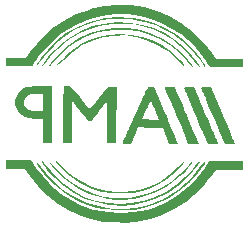
<source format=gbr>
%TF.GenerationSoftware,KiCad,Pcbnew,(6.0.7)*%
%TF.CreationDate,2023-03-27T09:38:57-04:00*%
%TF.ProjectId,RC_PCB,52435f50-4342-42e6-9b69-6361645f7063,rev?*%
%TF.SameCoordinates,Original*%
%TF.FileFunction,Legend,Bot*%
%TF.FilePolarity,Positive*%
%FSLAX46Y46*%
G04 Gerber Fmt 4.6, Leading zero omitted, Abs format (unit mm)*
G04 Created by KiCad (PCBNEW (6.0.7)) date 2023-03-27 09:38:57*
%MOMM*%
%LPD*%
G01*
G04 APERTURE LIST*
G04 APERTURE END LIST*
%TO.C,U2*%
G36*
X151154364Y-120735581D02*
G01*
X151309149Y-120893520D01*
X151528235Y-121147031D01*
X152219768Y-121885098D01*
X152978989Y-122505165D01*
X153815753Y-123012992D01*
X154740288Y-123414785D01*
X155762817Y-123716748D01*
X156040061Y-123762233D01*
X156447861Y-123794999D01*
X156920981Y-123809261D01*
X157419115Y-123805405D01*
X157901961Y-123783816D01*
X158329212Y-123744881D01*
X158660563Y-123688986D01*
X159637370Y-123394932D01*
X160577352Y-122974056D01*
X161437937Y-122434795D01*
X162223113Y-121774634D01*
X162936863Y-120991058D01*
X163053430Y-120855580D01*
X163173855Y-120740597D01*
X163237364Y-120713232D01*
X163241279Y-120730187D01*
X163191374Y-120837600D01*
X163067373Y-121015918D01*
X162888168Y-121241974D01*
X162672656Y-121492602D01*
X162439729Y-121744638D01*
X162208285Y-121974916D01*
X161812141Y-122319756D01*
X161018417Y-122875352D01*
X160149499Y-123331590D01*
X159234571Y-123674168D01*
X158302817Y-123888786D01*
X158155519Y-123910742D01*
X157476918Y-123975667D01*
X156821156Y-123968983D01*
X156114828Y-123890757D01*
X155483654Y-123768227D01*
X154513648Y-123467300D01*
X153600836Y-123043380D01*
X152758115Y-122503975D01*
X151998385Y-121856590D01*
X151334543Y-121108732D01*
X151318040Y-121087191D01*
X151145717Y-120849019D01*
X151065658Y-120711948D01*
X151070870Y-120674596D01*
X151154364Y-120735581D01*
G37*
G36*
X150611268Y-119201127D02*
G01*
X150611268Y-117147780D01*
X149931726Y-117103142D01*
X149514445Y-117060862D01*
X149112177Y-116970125D01*
X148805871Y-116825110D01*
X148571647Y-116613785D01*
X148385626Y-116324118D01*
X148263904Y-115949696D01*
X148259532Y-115642385D01*
X148990814Y-115642385D01*
X149025357Y-115921281D01*
X149165547Y-116173791D01*
X149394930Y-116356931D01*
X149398826Y-116358862D01*
X149707407Y-116450741D01*
X150128310Y-116482142D01*
X150611268Y-116482253D01*
X150611268Y-114979718D01*
X150128310Y-114979829D01*
X149960913Y-114984578D01*
X149539719Y-115054195D01*
X149233879Y-115206544D01*
X149044397Y-115441197D01*
X148990814Y-115642385D01*
X148259532Y-115642385D01*
X148258078Y-115540147D01*
X148370075Y-115148144D01*
X148594552Y-114812345D01*
X148656019Y-114748909D01*
X148814182Y-114607877D01*
X148980899Y-114506504D01*
X149183076Y-114437356D01*
X149447617Y-114392995D01*
X149801426Y-114365986D01*
X150271409Y-114348894D01*
X151326761Y-114320178D01*
X151326761Y-119201127D01*
X150611268Y-119201127D01*
G37*
G36*
X163051898Y-114407744D02*
G01*
X163270943Y-114420962D01*
X163389130Y-114459510D01*
X163440000Y-114532535D01*
X163455987Y-114577047D01*
X163522919Y-114745493D01*
X163629737Y-115005244D01*
X163765758Y-115330438D01*
X163920298Y-115695211D01*
X164065502Y-116036138D01*
X164352252Y-116711005D01*
X164614009Y-117329216D01*
X164844472Y-117875809D01*
X165037341Y-118335820D01*
X165186315Y-118694284D01*
X165285091Y-118936239D01*
X165422582Y-119279520D01*
X164983486Y-119258211D01*
X164544390Y-119236901D01*
X164240786Y-118521408D01*
X164108476Y-118209199D01*
X163927091Y-117780437D01*
X163736201Y-117328593D01*
X163560274Y-116911549D01*
X163407995Y-116550399D01*
X163215352Y-116093914D01*
X163028250Y-115650916D01*
X162871683Y-115280604D01*
X162763814Y-115021440D01*
X162658227Y-114757499D01*
X162586467Y-114565709D01*
X162560000Y-114475674D01*
X162604367Y-114445222D01*
X162757042Y-114417866D01*
X162980951Y-114407324D01*
X163051898Y-114407744D01*
G37*
G36*
X151826201Y-120777639D02*
G01*
X152027950Y-120953764D01*
X152317937Y-121233751D01*
X152496805Y-121407985D01*
X153211405Y-122013757D01*
X153954894Y-122495578D01*
X154753671Y-122868687D01*
X155634134Y-123148326D01*
X156098906Y-123239201D01*
X156756492Y-123300881D01*
X157449806Y-123304984D01*
X158125972Y-123251634D01*
X158732113Y-123140958D01*
X159601590Y-122861852D01*
X160483355Y-122437210D01*
X161296052Y-121887308D01*
X162038828Y-121212642D01*
X162204073Y-121045199D01*
X162395884Y-120864230D01*
X162535142Y-120749076D01*
X162599544Y-120719356D01*
X162601898Y-120722662D01*
X162570799Y-120803177D01*
X162453252Y-120954543D01*
X162269644Y-121156647D01*
X162040363Y-121389374D01*
X161785795Y-121632610D01*
X161526327Y-121866240D01*
X161282348Y-122070151D01*
X161074244Y-122224229D01*
X160450402Y-122599960D01*
X159764729Y-122933608D01*
X159085754Y-123188986D01*
X158453994Y-123348706D01*
X158387167Y-123358166D01*
X158137069Y-123377400D01*
X157794877Y-123389937D01*
X157396828Y-123394741D01*
X156979155Y-123390781D01*
X156609611Y-123380705D01*
X156201573Y-123359795D01*
X155876742Y-123327268D01*
X155600527Y-123279362D01*
X155338334Y-123212314D01*
X154614455Y-122958236D01*
X153725727Y-122518258D01*
X152911088Y-121963466D01*
X152187121Y-121303902D01*
X151973586Y-121073155D01*
X151786382Y-120853135D01*
X151701816Y-120729255D01*
X151716289Y-120703446D01*
X151826201Y-120777639D01*
G37*
G36*
X157789667Y-108540785D02*
G01*
X158290825Y-108578091D01*
X158696338Y-108637954D01*
X159731816Y-108914082D01*
X160749929Y-109320526D01*
X161688787Y-109842109D01*
X162542716Y-110475151D01*
X163306045Y-111215972D01*
X163973099Y-112060892D01*
X164060958Y-112189604D01*
X164208715Y-112412281D01*
X164310699Y-112574610D01*
X164348732Y-112648172D01*
X164323647Y-112701783D01*
X164241662Y-112653699D01*
X164113978Y-112501252D01*
X163952254Y-112255976D01*
X163765260Y-111984671D01*
X163472893Y-111622874D01*
X163125466Y-111235914D01*
X162754072Y-110856758D01*
X162389809Y-110518375D01*
X162063770Y-110253734D01*
X161747634Y-110031390D01*
X160956453Y-109555806D01*
X160141715Y-109187503D01*
X159268732Y-108912296D01*
X158302817Y-108716003D01*
X158214747Y-108702653D01*
X157194335Y-108625100D01*
X156171353Y-108684090D01*
X155161074Y-108874779D01*
X154178770Y-109192320D01*
X153239710Y-109631870D01*
X152359168Y-110188583D01*
X151552414Y-110857614D01*
X151496306Y-110911961D01*
X151241739Y-111180123D01*
X150958458Y-111504600D01*
X150678949Y-111846028D01*
X150435697Y-112165042D01*
X150261187Y-112422277D01*
X150212053Y-112497051D01*
X150104881Y-112620147D01*
X150031807Y-112649999D01*
X150022821Y-112636005D01*
X150051754Y-112529520D01*
X150154369Y-112344557D01*
X150314859Y-112102976D01*
X150517417Y-111826635D01*
X150746238Y-111537395D01*
X150985513Y-111257113D01*
X151219437Y-111007648D01*
X151704644Y-110554416D01*
X152576964Y-109889427D01*
X153518248Y-109349280D01*
X154531499Y-108932359D01*
X155619718Y-108637047D01*
X155724310Y-108617389D01*
X156160187Y-108564337D01*
X156679563Y-108533895D01*
X157237652Y-108526048D01*
X157789667Y-108540785D01*
G37*
G36*
X158025103Y-107514809D02*
G01*
X159144616Y-107685712D01*
X160236523Y-107994311D01*
X161293838Y-108439577D01*
X162309578Y-109020479D01*
X162705356Y-109303167D01*
X163196709Y-109707101D01*
X163691327Y-110162426D01*
X164157524Y-110638214D01*
X164563615Y-111103536D01*
X164877913Y-111527465D01*
X165218313Y-112046197D01*
X167496901Y-112046197D01*
X167496901Y-112761690D01*
X164718753Y-112761690D01*
X164490588Y-112390874D01*
X164397385Y-112246910D01*
X164157948Y-111910848D01*
X163867820Y-111533914D01*
X163559060Y-111157117D01*
X163263728Y-110821470D01*
X162870027Y-110437720D01*
X162246849Y-109943792D01*
X161539359Y-109484822D01*
X160781072Y-109080089D01*
X160005505Y-108748873D01*
X159246174Y-108510453D01*
X158813816Y-108414492D01*
X157749524Y-108279189D01*
X156675239Y-108279696D01*
X155606718Y-108413462D01*
X154559716Y-108677931D01*
X153549989Y-109070551D01*
X152593290Y-109588768D01*
X152199976Y-109863411D01*
X151724196Y-110251981D01*
X151240718Y-110696555D01*
X150782379Y-111165122D01*
X150382014Y-111625672D01*
X150072459Y-112046197D01*
X150001780Y-112153782D01*
X149844629Y-112384079D01*
X149719593Y-112555268D01*
X149648861Y-112636433D01*
X149627287Y-112643960D01*
X149483909Y-112660016D01*
X149235877Y-112670668D01*
X148910813Y-112675028D01*
X148536338Y-112672208D01*
X147498873Y-112654366D01*
X147477066Y-112314507D01*
X147455258Y-111974648D01*
X149159287Y-111974648D01*
X149480468Y-111491690D01*
X149654854Y-111245850D01*
X150059112Y-110750778D01*
X150531715Y-110245452D01*
X151035556Y-109768431D01*
X151533527Y-109358277D01*
X151732421Y-109215179D01*
X152241481Y-108890994D01*
X152813223Y-108572118D01*
X153404685Y-108280357D01*
X153972907Y-108037514D01*
X154474930Y-107865394D01*
X154570778Y-107838576D01*
X155731198Y-107590211D01*
X156884968Y-107482632D01*
X158025103Y-107514809D01*
G37*
G36*
X158059677Y-109996680D02*
G01*
X158976246Y-110173144D01*
X159851753Y-110467326D01*
X160663944Y-110877713D01*
X160691352Y-110894498D01*
X160971017Y-111082890D01*
X161281705Y-111317042D01*
X161602543Y-111578268D01*
X161912660Y-111847881D01*
X162191181Y-112107196D01*
X162417235Y-112337524D01*
X162569950Y-112520181D01*
X162628452Y-112636479D01*
X162628158Y-112657778D01*
X162607149Y-112680500D01*
X162545365Y-112647794D01*
X162428206Y-112547727D01*
X162241072Y-112368366D01*
X161969364Y-112097779D01*
X161769910Y-111904103D01*
X161477337Y-111638561D01*
X161202543Y-111407983D01*
X160985620Y-111247040D01*
X160263238Y-110826169D01*
X159356155Y-110435771D01*
X158432126Y-110180794D01*
X157501449Y-110060218D01*
X156574421Y-110073023D01*
X155661342Y-110218190D01*
X154772508Y-110494696D01*
X153918217Y-110901524D01*
X153108769Y-111437652D01*
X152354459Y-112102060D01*
X152344147Y-112112427D01*
X152115395Y-112333862D01*
X151928446Y-112499201D01*
X151802325Y-112592663D01*
X151756056Y-112598465D01*
X151757171Y-112591270D01*
X151820251Y-112491936D01*
X151965963Y-112320888D01*
X152174560Y-112100128D01*
X152426297Y-111851658D01*
X152569710Y-111717286D01*
X153177100Y-111214292D01*
X153808239Y-110806642D01*
X154514476Y-110460119D01*
X155286146Y-110188702D01*
X156192373Y-110002947D01*
X157124301Y-109939444D01*
X158059677Y-109996680D01*
G37*
G36*
X161549030Y-118078937D02*
G01*
X161741996Y-118548574D01*
X161878930Y-118892452D01*
X161960558Y-119112368D01*
X161987606Y-119210119D01*
X161965734Y-119231842D01*
X161839344Y-119261177D01*
X161637901Y-119272676D01*
X161288196Y-119272676D01*
X161007479Y-118575070D01*
X160726761Y-117877465D01*
X159691451Y-117857754D01*
X158656141Y-117838044D01*
X158377767Y-118465923D01*
X158308407Y-118620461D01*
X158186630Y-118882570D01*
X158088794Y-119081523D01*
X158031358Y-119183239D01*
X158001414Y-119207169D01*
X157852024Y-119254048D01*
X157642356Y-119272676D01*
X157525624Y-119271676D01*
X157390640Y-119255808D01*
X157348582Y-119203549D01*
X157366379Y-119093418D01*
X157393494Y-119011187D01*
X157475336Y-118805717D01*
X157593276Y-118532551D01*
X157731882Y-118228213D01*
X157834391Y-118007256D01*
X157947094Y-117759865D01*
X158023967Y-117585551D01*
X158052394Y-117512483D01*
X158052832Y-117510139D01*
X158088312Y-117424139D01*
X158172405Y-117237522D01*
X158231705Y-117109309D01*
X159001228Y-117109309D01*
X159323840Y-117153528D01*
X159426126Y-117165570D01*
X159729153Y-117188602D01*
X160026812Y-117197746D01*
X160407174Y-117197746D01*
X160311877Y-116929437D01*
X160199005Y-116626572D01*
X160067827Y-116303413D01*
X159940374Y-116014488D01*
X159828227Y-115784753D01*
X159742967Y-115639166D01*
X159696176Y-115602683D01*
X159659624Y-115665277D01*
X159574529Y-115837034D01*
X159457744Y-116086478D01*
X159323219Y-116384373D01*
X159001228Y-117109309D01*
X158231705Y-117109309D01*
X158293473Y-116975762D01*
X158439879Y-116664334D01*
X158448829Y-116645418D01*
X158600047Y-116322011D01*
X158730225Y-116036841D01*
X158825743Y-115820168D01*
X158872977Y-115702251D01*
X158886132Y-115666084D01*
X158957254Y-115499513D01*
X159067730Y-115258821D01*
X159199875Y-114982929D01*
X159218059Y-114945733D01*
X159348346Y-114685558D01*
X159442933Y-114526576D01*
X159525629Y-114443946D01*
X159620241Y-114412831D01*
X159750579Y-114408392D01*
X160020000Y-114409461D01*
X160319312Y-115141773D01*
X160348358Y-115212678D01*
X160499904Y-115579519D01*
X160682377Y-116017539D01*
X160875358Y-116477847D01*
X161058427Y-116911549D01*
X161179330Y-117197746D01*
X161299305Y-117481744D01*
X161549030Y-118078937D01*
G37*
G36*
X165762130Y-116643239D02*
G01*
X165921592Y-117022977D01*
X166137898Y-117539086D01*
X166334055Y-118008268D01*
X166502982Y-118413533D01*
X166637603Y-118737889D01*
X166730837Y-118964347D01*
X166775607Y-119075915D01*
X166849416Y-119272676D01*
X166433376Y-119272676D01*
X166231974Y-119269202D01*
X166078028Y-119246285D01*
X165990347Y-119187349D01*
X165926478Y-119075915D01*
X165869161Y-118947816D01*
X165750237Y-118673965D01*
X165584525Y-118286959D01*
X165376575Y-117797477D01*
X165130936Y-117216199D01*
X164852155Y-116553803D01*
X164691134Y-116172021D01*
X164518118Y-115764430D01*
X164358715Y-115391317D01*
X164233697Y-115101464D01*
X164192793Y-115006455D01*
X164089720Y-114757110D01*
X164017930Y-114568433D01*
X163990986Y-114475408D01*
X164033530Y-114445494D01*
X164184388Y-114417950D01*
X164406723Y-114407324D01*
X164822461Y-114407324D01*
X165762130Y-116643239D01*
G37*
G36*
X157919830Y-108973615D02*
G01*
X157942381Y-108975626D01*
X158984236Y-109139860D01*
X159978767Y-109437611D01*
X160917860Y-109865199D01*
X161793402Y-110418942D01*
X162597278Y-111095162D01*
X162702689Y-111198693D01*
X162975531Y-111484101D01*
X163240248Y-111782711D01*
X163478341Y-112071533D01*
X163671312Y-112327577D01*
X163800660Y-112527852D01*
X163847887Y-112649370D01*
X163840875Y-112685455D01*
X163779122Y-112676183D01*
X163659738Y-112551257D01*
X163490141Y-112317557D01*
X163410902Y-112207608D01*
X163208268Y-111955519D01*
X162960067Y-111670805D01*
X162703099Y-111396527D01*
X162231039Y-110946597D01*
X161518227Y-110387624D01*
X160750392Y-109927634D01*
X159901810Y-109551900D01*
X158946761Y-109245693D01*
X158758193Y-109201305D01*
X158250946Y-109125459D01*
X157664956Y-109083395D01*
X157042010Y-109075044D01*
X156423894Y-109100337D01*
X155852394Y-109159205D01*
X155369296Y-109251581D01*
X154608073Y-109488668D01*
X153738860Y-109856001D01*
X152939238Y-110297493D01*
X152661812Y-110490257D01*
X152271416Y-110803197D01*
X151866415Y-111164907D01*
X151480412Y-111543628D01*
X151147007Y-111907602D01*
X150899801Y-112225070D01*
X150836662Y-112316515D01*
X150665514Y-112542313D01*
X150549243Y-112651936D01*
X150479566Y-112653838D01*
X150475741Y-112641964D01*
X150519783Y-112540192D01*
X150640906Y-112360611D01*
X150822814Y-112123810D01*
X151049207Y-111850379D01*
X151303788Y-111560907D01*
X151570259Y-111275983D01*
X152104931Y-110772154D01*
X152933332Y-110152924D01*
X153827659Y-109657992D01*
X154780690Y-109289978D01*
X155785209Y-109051499D01*
X156833995Y-108945172D01*
X157919830Y-108973615D01*
G37*
G36*
X161737183Y-114407523D02*
G01*
X161894097Y-114783057D01*
X161923641Y-114853568D01*
X162027035Y-115099142D01*
X162165769Y-115427619D01*
X162325345Y-115804692D01*
X162491262Y-116196056D01*
X162572535Y-116387633D01*
X162755003Y-116818075D01*
X162946001Y-117269003D01*
X163136329Y-117718668D01*
X163316793Y-118145324D01*
X163478194Y-118527222D01*
X163611335Y-118842614D01*
X163707020Y-119069752D01*
X163756052Y-119186889D01*
X163760832Y-119203835D01*
X163726846Y-119246901D01*
X163595431Y-119263813D01*
X163344348Y-119258438D01*
X162894247Y-119236901D01*
X162685722Y-118736056D01*
X162495343Y-118280189D01*
X162240254Y-117672175D01*
X161955049Y-116994748D01*
X161653579Y-116280800D01*
X161349692Y-115563226D01*
X161263850Y-115359565D01*
X161125421Y-115025151D01*
X161014600Y-114749649D01*
X160941033Y-114557238D01*
X160914366Y-114472099D01*
X160955411Y-114443989D01*
X161104748Y-114417581D01*
X161325775Y-114407423D01*
X161737183Y-114407523D01*
G37*
G36*
X150563616Y-120722835D02*
G01*
X150689948Y-120868891D01*
X150847178Y-121076002D01*
X150896746Y-121144038D01*
X151579728Y-121955261D01*
X152347596Y-122653995D01*
X153191717Y-123235824D01*
X154103455Y-123696328D01*
X155074177Y-124031087D01*
X156095246Y-124235684D01*
X157158028Y-124305698D01*
X158062939Y-124259287D01*
X159086212Y-124081620D01*
X160056253Y-123771143D01*
X160972428Y-123328117D01*
X161834107Y-122752803D01*
X162640657Y-122045461D01*
X162760224Y-121923696D01*
X163026281Y-121634508D01*
X163269282Y-121348440D01*
X163448372Y-121112670D01*
X163567561Y-120945919D01*
X163718672Y-120765441D01*
X163814427Y-120697551D01*
X163847887Y-120748572D01*
X163806314Y-120844632D01*
X163684362Y-121024345D01*
X163501575Y-121261103D01*
X163277644Y-121531195D01*
X163032258Y-121810911D01*
X162785110Y-122076540D01*
X162555888Y-122304371D01*
X162016234Y-122771826D01*
X161159835Y-123364881D01*
X160241947Y-123830489D01*
X159256295Y-124171652D01*
X158196606Y-124391374D01*
X157922124Y-124428841D01*
X157478631Y-124471918D01*
X157075110Y-124479901D01*
X156651999Y-124452764D01*
X156149740Y-124390482D01*
X155172047Y-124196475D01*
X154179424Y-123869255D01*
X153258019Y-123419023D01*
X152403283Y-122843525D01*
X151610665Y-122140506D01*
X151482529Y-122008841D01*
X151212051Y-121713557D01*
X150962332Y-121419505D01*
X150748991Y-121147132D01*
X150587645Y-120916888D01*
X150493911Y-120749219D01*
X150483407Y-120664574D01*
X150490578Y-120663166D01*
X150563616Y-120722835D01*
G37*
G36*
X150042214Y-121281025D02*
G01*
X150125557Y-121401698D01*
X150558788Y-121958291D01*
X151067683Y-122521890D01*
X151609087Y-123047081D01*
X152139843Y-123488448D01*
X152535522Y-123757677D01*
X153110498Y-124085347D01*
X153736386Y-124387267D01*
X154362961Y-124639582D01*
X154940000Y-124818438D01*
X154986081Y-124829873D01*
X156095937Y-125036314D01*
X157187164Y-125103384D01*
X158273031Y-125031087D01*
X159366805Y-124819426D01*
X160162530Y-124570467D01*
X161126849Y-124139009D01*
X162034012Y-123585806D01*
X162870371Y-122920659D01*
X163622277Y-122153372D01*
X164276083Y-121293745D01*
X164668503Y-120703662D01*
X167496901Y-120703662D01*
X167496901Y-121419155D01*
X165219349Y-121419155D01*
X165013122Y-121687465D01*
X164961386Y-121755653D01*
X164808973Y-121964849D01*
X164693348Y-122134648D01*
X164690293Y-122139436D01*
X164519951Y-122370578D01*
X164271853Y-122663173D01*
X163975291Y-122985366D01*
X163659559Y-123305305D01*
X163353950Y-123591136D01*
X162664869Y-124142702D01*
X161719716Y-124740943D01*
X160696641Y-125230761D01*
X159611885Y-125604610D01*
X158481690Y-125854943D01*
X158383941Y-125866732D01*
X158112509Y-125883945D01*
X157752472Y-125894609D01*
X157339086Y-125897873D01*
X156907606Y-125892888D01*
X156796311Y-125890313D01*
X156325264Y-125874548D01*
X155952252Y-125850579D01*
X155639865Y-125814292D01*
X155350692Y-125761573D01*
X155047324Y-125688309D01*
X154576466Y-125560401D01*
X154175112Y-125439072D01*
X153828099Y-125316250D01*
X153491400Y-125176284D01*
X153120986Y-125003522D01*
X152901888Y-124894425D01*
X151901183Y-124306486D01*
X151003615Y-123622036D01*
X150212167Y-122843590D01*
X149529820Y-121973662D01*
X149100872Y-121347606D01*
X147463099Y-121347606D01*
X147463099Y-120632113D01*
X149605887Y-120632113D01*
X150042214Y-121281025D01*
G37*
G36*
X157812623Y-109463348D02*
G01*
X158380725Y-109518761D01*
X158865103Y-109606092D01*
X158912581Y-109617721D01*
X159839804Y-109916403D01*
X160728751Y-110336206D01*
X161551651Y-110861908D01*
X162280732Y-111478287D01*
X162433753Y-111631146D01*
X162682657Y-111893416D01*
X162911579Y-112149601D01*
X163100223Y-112375922D01*
X163228293Y-112548598D01*
X163275493Y-112643848D01*
X163265041Y-112685763D01*
X163191668Y-112673840D01*
X163053948Y-112548280D01*
X162858746Y-112314507D01*
X162771580Y-112204343D01*
X162101793Y-111485837D01*
X161344789Y-110872228D01*
X160514764Y-110368773D01*
X159625914Y-109980730D01*
X158692437Y-109713357D01*
X157728529Y-109571910D01*
X156748385Y-109561648D01*
X155766203Y-109687827D01*
X155024477Y-109871027D01*
X154181779Y-110180694D01*
X153400143Y-110593026D01*
X152663656Y-111118127D01*
X151956406Y-111766098D01*
X151262480Y-112547042D01*
X151247248Y-112565350D01*
X151151297Y-112652548D01*
X151114493Y-112625960D01*
X151139452Y-112551063D01*
X151235473Y-112390312D01*
X151379271Y-112196665D01*
X152003350Y-111512436D01*
X152785948Y-110849219D01*
X153649608Y-110303915D01*
X154594230Y-109876584D01*
X155619718Y-109567287D01*
X156055278Y-109493987D01*
X156604970Y-109450424D01*
X157205728Y-109440390D01*
X157812623Y-109463348D01*
G37*
G36*
X150083494Y-120752200D02*
G01*
X150231302Y-120932844D01*
X150439342Y-121218290D01*
X150839102Y-121740263D01*
X151525465Y-122470504D01*
X152293643Y-123119559D01*
X153118296Y-123666831D01*
X153974085Y-124091720D01*
X154287773Y-124215018D01*
X155342574Y-124536124D01*
X156398543Y-124714444D01*
X157453072Y-124750015D01*
X158503557Y-124642871D01*
X159547391Y-124393050D01*
X160581968Y-124000587D01*
X160631537Y-123977964D01*
X161351756Y-123589128D01*
X162064266Y-123100082D01*
X162735343Y-122538846D01*
X163331263Y-121933436D01*
X163818301Y-121311870D01*
X163842873Y-121275805D01*
X164067119Y-120960423D01*
X164224874Y-120768325D01*
X164318094Y-120697423D01*
X164348732Y-120745631D01*
X164345021Y-120766071D01*
X164276790Y-120899118D01*
X164136646Y-121108479D01*
X163943001Y-121370540D01*
X163714262Y-121661689D01*
X163468840Y-121958314D01*
X163225144Y-122236802D01*
X163001582Y-122473540D01*
X162918048Y-122555978D01*
X162142604Y-123214660D01*
X161274964Y-123782170D01*
X160340678Y-124245614D01*
X159365295Y-124592097D01*
X158374366Y-124808727D01*
X158288774Y-124815638D01*
X158064173Y-124822301D01*
X157745735Y-124824960D01*
X157362468Y-124823436D01*
X156943380Y-124817550D01*
X156649920Y-124810330D01*
X156098233Y-124783013D01*
X155632769Y-124734645D01*
X155214917Y-124658981D01*
X154806067Y-124549771D01*
X154367606Y-124400770D01*
X154351999Y-124395028D01*
X153364679Y-123959052D01*
X152449218Y-123409774D01*
X151618379Y-122757199D01*
X150884924Y-122011332D01*
X150261616Y-121182176D01*
X150209404Y-121100982D01*
X150058873Y-120850750D01*
X149991539Y-120709987D01*
X150001659Y-120677526D01*
X150083494Y-120752200D01*
G37*
G36*
X152671897Y-114335791D02*
G01*
X152778112Y-114340118D01*
X152869900Y-114362971D01*
X152964463Y-114419965D01*
X153079002Y-114526717D01*
X153230721Y-114698845D01*
X153436822Y-114951963D01*
X153714506Y-115301690D01*
X153920316Y-115558793D01*
X154152635Y-115841460D01*
X154344172Y-116066012D01*
X154479251Y-116214159D01*
X154542198Y-116267606D01*
X154579339Y-116240150D01*
X154695885Y-116118025D01*
X154873088Y-115915087D01*
X155094837Y-115649930D01*
X155345021Y-115341146D01*
X156084789Y-114414686D01*
X156460423Y-114411005D01*
X156836056Y-114407324D01*
X156835869Y-115355352D01*
X156834011Y-115671104D01*
X156827531Y-116143999D01*
X156817242Y-116678173D01*
X156804019Y-117229101D01*
X156788737Y-117752253D01*
X156741794Y-119201127D01*
X156051471Y-119201127D01*
X156032355Y-117406583D01*
X156013240Y-115612040D01*
X155333313Y-116452662D01*
X155213902Y-116599168D01*
X154982082Y-116876906D01*
X154785884Y-117103215D01*
X154643069Y-117257862D01*
X154571398Y-117320614D01*
X154547190Y-117320293D01*
X154482454Y-117281581D01*
X154380366Y-117184871D01*
X154231064Y-117018990D01*
X154024688Y-116772761D01*
X153751375Y-116435008D01*
X153401264Y-115994557D01*
X153043944Y-115542635D01*
X153043944Y-119201127D01*
X152256901Y-119201127D01*
X152257089Y-118217324D01*
X152258892Y-117897404D01*
X152265344Y-117413529D01*
X152275639Y-116869692D01*
X152288892Y-116311522D01*
X152304221Y-115784648D01*
X152351164Y-114335775D01*
X152650516Y-114335775D01*
X152671897Y-114335791D01*
G37*
%TD*%
M02*

</source>
